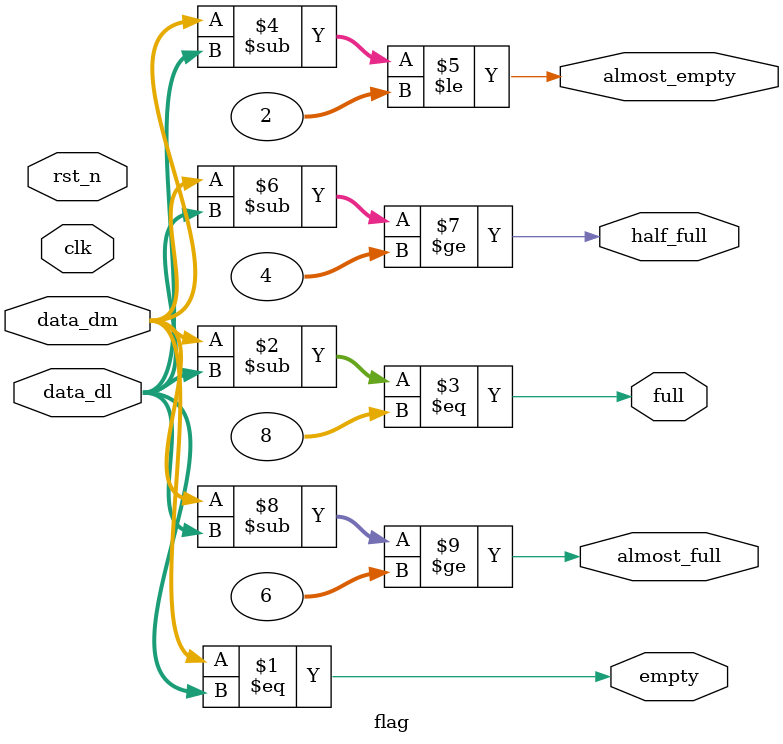
<source format=v>
/*************************************************************************************************************
--    Система        : 
--    Разработчик    : 
--    Автор          : Гусев Игорь
--
--    Назначение     : Управление флагами
--------------------------------------------------------------------------------------------------------------
--    Примечание     : 
*************************************************************************************************************/

module flag(
    clk,
    rst_n,
    data_dm,
    data_dl,
    empty,
    almost_empty,
    half_full,
    almost_full,
    full
    );
    //----------------------------------------------------------------------//
    // external parameters                                                  //
    //----------------------------------------------------------------------//
    parameter integer DATA_WIDTH    = 4;        // ширина шинны данных
    parameter integer RAM_DEPTH     = 8;        // буфер количества слов
    parameter integer AE_LVL        = 2;        // almost empty num word    for write operation
    parameter integer AF_LVL        = 2;        // almost full num word     for write operation
    //----------------------------------------------------------------------//
    // internal parameters                                                  //
    //----------------------------------------------------------------------//
    //----------------------------------------------------------------------//
    // external signals                                                     //
    //----------------------------------------------------------------------//
    input                           clk;
    input                           rst_n;
    input [DATA_WIDTH - 1 : 0]      data_dm;
    input [DATA_WIDTH - 1 : 0]      data_dl;
    output                          empty;
    output                          almost_empty;
    output                          half_full;
    output                          almost_full;
    output                          full;
    //----------------------------------------------------------------------//
    // registers                                                            //
    //----------------------------------------------------------------------//
    //----------------------------------------------------------------------//
    // wire                                                                 //
    //----------------------------------------------------------------------//
    //----------------------------------------------------------------------//
    // assigns                                                              //
    //----------------------------------------------------------------------//
    assign empty        = (data_dm == data_dl);
    assign full         = ((data_dm - data_dl) == RAM_DEPTH);
    assign almost_empty = ((data_dm - data_dl) <= AE_LVL);
    assign half_full    = ((data_dm - data_dl) >= RAM_DEPTH/2);
    assign almost_full  = ((data_dm - data_dl) >= RAM_DEPTH - AF_LVL);
    //----------------------------------------------------------------------//
    // Component instantiations                                             //
    //----------------------------------------------------------------------//
    //----------------------------------------------------------------------//
    // logic                                                                //
    //----------------------------------------------------------------------//
endmodule

</source>
